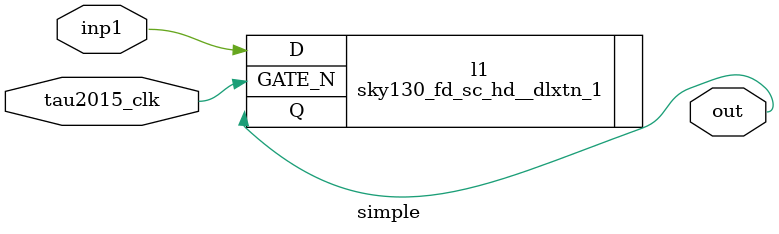
<source format=v>
module simple (
inp1,
tau2015_clk,
out
);

// Start PIs
input inp1;
input tau2015_clk;

// Start POs
output out;

// Start wires
wire inp1;
wire inp2;
wire tau2015_clk;
wire out;

// Start cells
sky130_fd_sc_hd__dlxtn_1 l1 ( .D(inp1), .GATE_N(tau2015_clk), .Q(out));

endmodule


</source>
